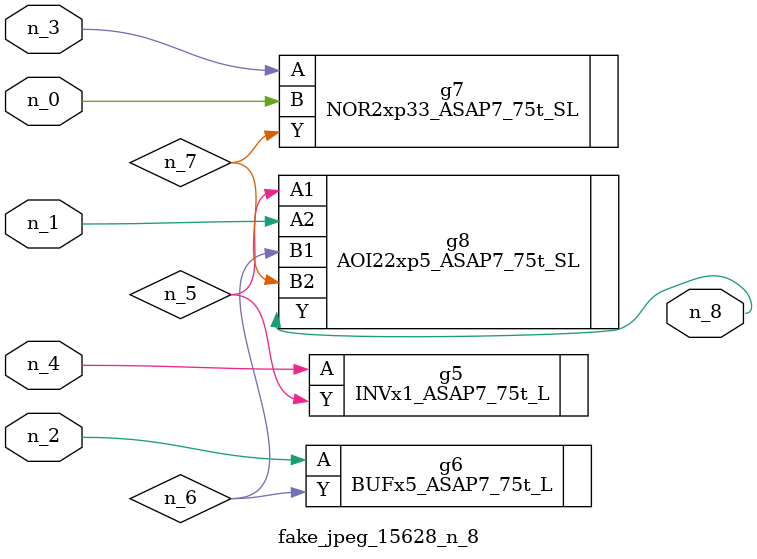
<source format=v>
module fake_jpeg_15628_n_8 (n_3, n_2, n_1, n_0, n_4, n_8);

input n_3;
input n_2;
input n_1;
input n_0;
input n_4;

output n_8;

wire n_6;
wire n_5;
wire n_7;

INVx1_ASAP7_75t_L g5 ( 
.A(n_4),
.Y(n_5)
);

BUFx5_ASAP7_75t_L g6 ( 
.A(n_2),
.Y(n_6)
);

NOR2xp33_ASAP7_75t_SL g7 ( 
.A(n_3),
.B(n_0),
.Y(n_7)
);

AOI22xp5_ASAP7_75t_SL g8 ( 
.A1(n_5),
.A2(n_1),
.B1(n_6),
.B2(n_7),
.Y(n_8)
);


endmodule
</source>
